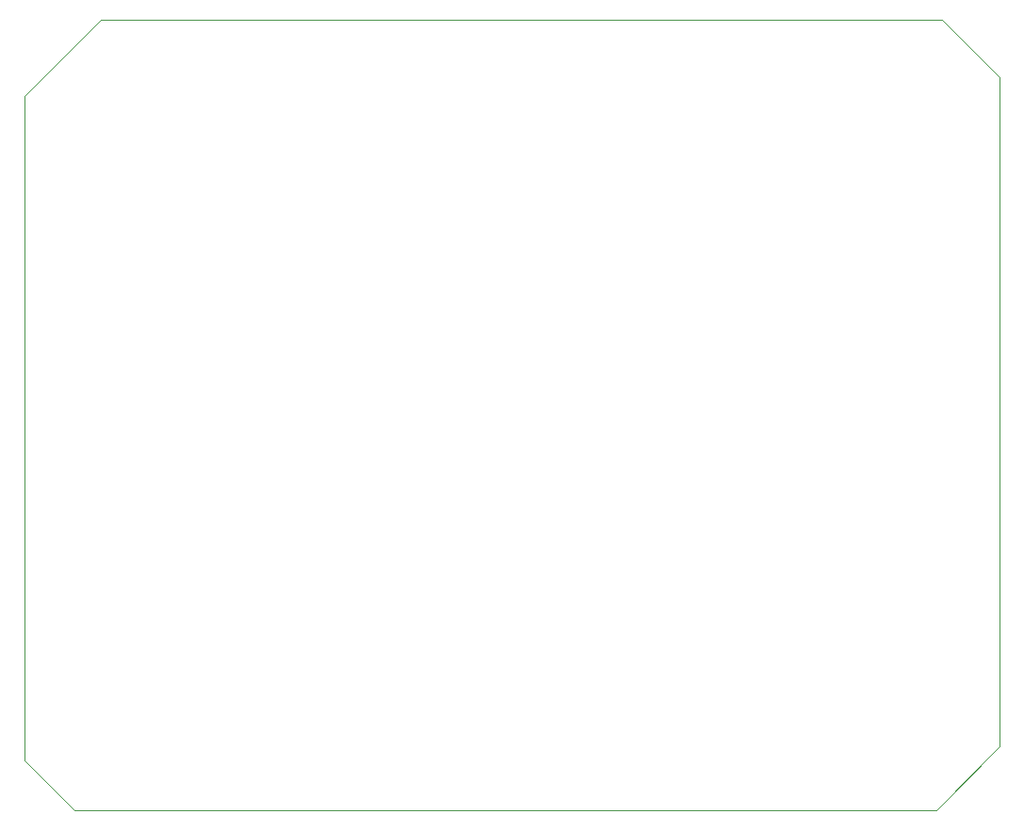
<source format=gbr>
G04*
G04 #@! TF.GenerationSoftware,Altium Limited,Altium Designer,25.3.3 (18)*
G04*
G04 Layer_Color=0*
%FSLAX44Y44*%
%MOMM*%
G71*
G04*
G04 #@! TF.SameCoordinates,BFA56DCA-6B84-46F4-87B7-A1C525471511*
G04*
G04*
G04 #@! TF.FilePolarity,Positive*
G04*
G01*
G75*
%ADD13C,0.0254*%
D13*
X581660Y345440D02*
X626110Y300990D01*
X1400810D01*
X1457960Y358140D01*
Y960120D01*
X1405890Y1012190D01*
X650240D01*
X581660Y943610D01*
Y345440D01*
M02*

</source>
